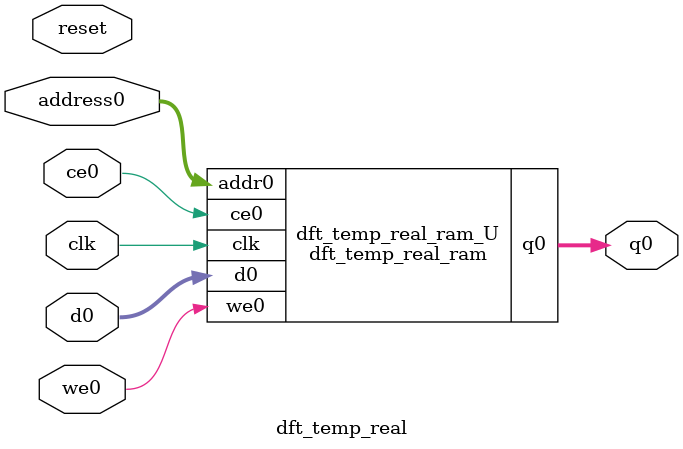
<source format=v>
`timescale 1 ns / 1 ps
module dft_temp_real_ram (addr0, ce0, d0, we0, q0,  clk);

parameter DWIDTH = 32;
parameter AWIDTH = 8;
parameter MEM_SIZE = 256;

input[AWIDTH-1:0] addr0;
input ce0;
input[DWIDTH-1:0] d0;
input we0;
output reg[DWIDTH-1:0] q0;
input clk;

(* ram_style = "block" *)reg [DWIDTH-1:0] ram[0:MEM_SIZE-1];




always @(posedge clk)  
begin 
    if (ce0) begin
        if (we0) 
            ram[addr0] <= d0; 
        q0 <= ram[addr0];
    end
end


endmodule

`timescale 1 ns / 1 ps
module dft_temp_real(
    reset,
    clk,
    address0,
    ce0,
    we0,
    d0,
    q0);

parameter DataWidth = 32'd32;
parameter AddressRange = 32'd256;
parameter AddressWidth = 32'd8;
input reset;
input clk;
input[AddressWidth - 1:0] address0;
input ce0;
input we0;
input[DataWidth - 1:0] d0;
output[DataWidth - 1:0] q0;



dft_temp_real_ram dft_temp_real_ram_U(
    .clk( clk ),
    .addr0( address0 ),
    .ce0( ce0 ),
    .we0( we0 ),
    .d0( d0 ),
    .q0( q0 ));

endmodule


</source>
